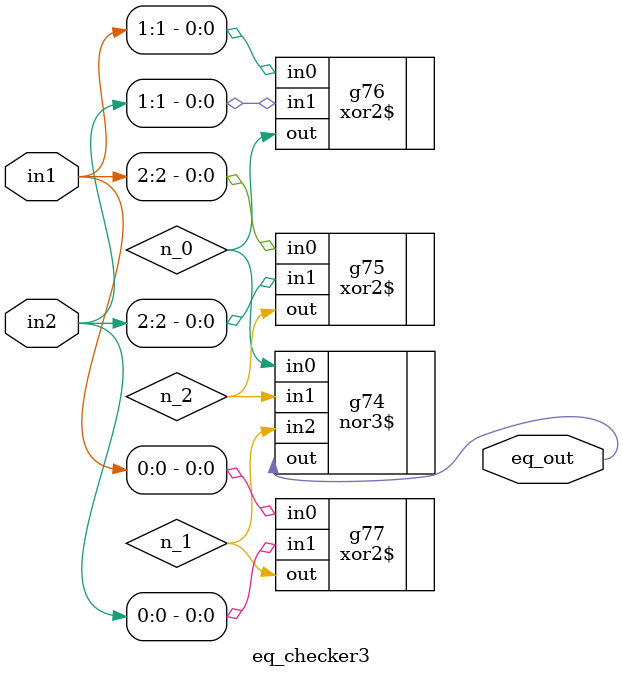
<source format=v>


// Verification Directory fv/eq_checker 

module eq_checker3(in1, in2, eq_out);
  input [2:0] in1, in2;
  output eq_out;
  wire [2:0] in1, in2;
  wire eq_out;
  wire n_0, n_1, n_2;
  nor3$ g74(.in0 (n_0), .in1 (n_2), .in2 (n_1), .out (eq_out));
  xor2$ g75(.in0 (in1[2]), .in1 (in2[2]), .out (n_2));
  xor2$ g77(.in0 (in1[0]), .in1 (in2[0]), .out (n_1));
  xor2$ g76(.in0 (in1[1]), .in1 (in2[1]), .out (n_0));
endmodule


</source>
